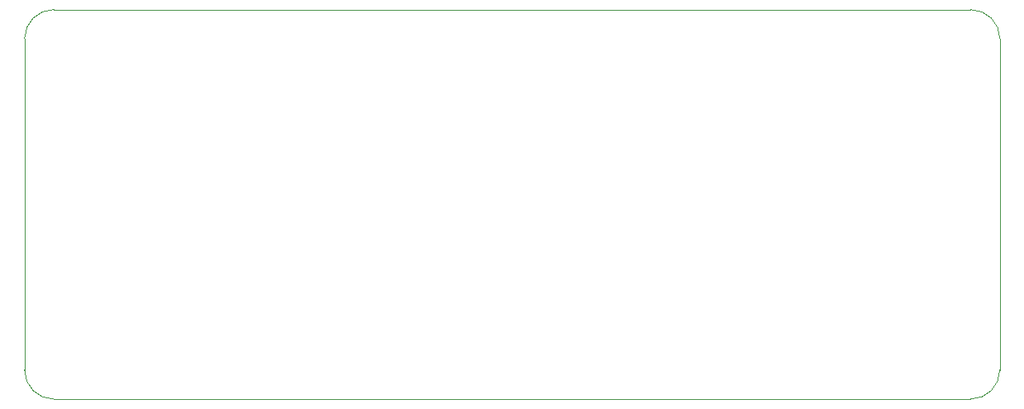
<source format=gbr>
%TF.GenerationSoftware,Altium Limited,Altium Designer,25.3.3 (18)*%
G04 Layer_Color=0*
%FSLAX45Y45*%
%MOMM*%
%TF.SameCoordinates,94F19C35-717A-4B45-A619-7893C40BEDFD*%
%TF.FilePolarity,Positive*%
%TF.FileFunction,Profile,NP*%
%TF.Part,Single*%
G01*
G75*
%TA.AperFunction,Profile*%
%ADD99C,0.02540*%
D99*
X1670000Y6797500D02*
G02*
X1370000Y7097500I0J300000D01*
G01*
X1370000Y10497500D01*
D02*
G02*
X1670000Y10797500I300000J0D01*
G01*
X11070000Y10797500D01*
D02*
G02*
X11370000Y10497500I0J-300000D01*
G01*
X11370000Y7097500D01*
D02*
G02*
X11070000Y6797500I-300000J0D01*
G01*
X1670000Y6797500D01*
%TF.MD5,feafd4bb12ffb34bf57e906f1706fda2*%
M02*

</source>
